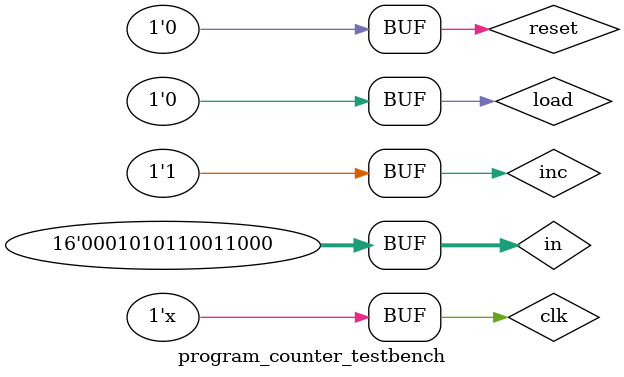
<source format=v>
`timescale 1ns / 1ps


module program_counter_testbench;

	// Inputs
	reg [15:0] in;
	reg load;
	reg inc;
	reg reset;
	reg clk;

	// Outputs
	wire [15:0] out;

	// Instantiate the Unit Under Test (UUT)
	program_counter uut (
		.in(in), 
		.load(load), 
		.inc(inc), 
		.reset(reset), 
		.clk(clk), 
		.out(out)
	);
	always #5 clk = ~clk;
	
	initial begin
		// Initialize Inputs
		in = 0;
		load = 0;
		inc = 0;
		reset = 0;
		clk = 0;

		// Wait 100 ns for global reset to finish
		#10;
        
		// Add stimulus here
	
		in  =16'h1230;
		load = 1 ;
		inc = 0;
		reset =0;
		#10;
		
		
		in  =16'h1230;
		load = 0;
		inc = 1;
		reset =0;
		#10;
		
		in  =16'h1230;
		load = 0;
		inc = 1;
		reset =0;
		#10;

		in  =16'h1230;
		load = 0;
		inc = 1;
		reset =0;
		#10;

		in  =16'h1598;
		load = 1;
		inc = 1;
		reset =0;
		#10;
		
		in  =16'h1598;
		load = 1;
		inc = 1;
		reset =0;
		#10;
		
		in  =16'h1598;
		load = 0;
		inc = 1;
		reset =1;
		#10;
		
		in  =16'h1598;
		load = 0;
		inc = 0;
		reset =1;
		#10;
		
		in  =16'h1598;
		load = 1;
		inc = 0;
		reset =1;
		#10;
		
		in  =16'h1598;
		load = 0;
		inc = 1;
		reset =0;
		#10;
		
		in  =16'h1598;
		load = 0;
		inc = 1;
		reset =0;
		#10;
		
		in  =16'h1598;
		load = 1;
		inc = 1;
		reset =1;
		#10;
		
		in  =16'h1598;
		load = 0;
		inc = 1;
		reset =0;
		#10;
		


		
	end
     
	 initial begin 
	 $monitor (" input = %h , load =%d , inc= %d , reset =%d , output = %h " , in,load,inc,reset,out);
	 end
endmodule


</source>
